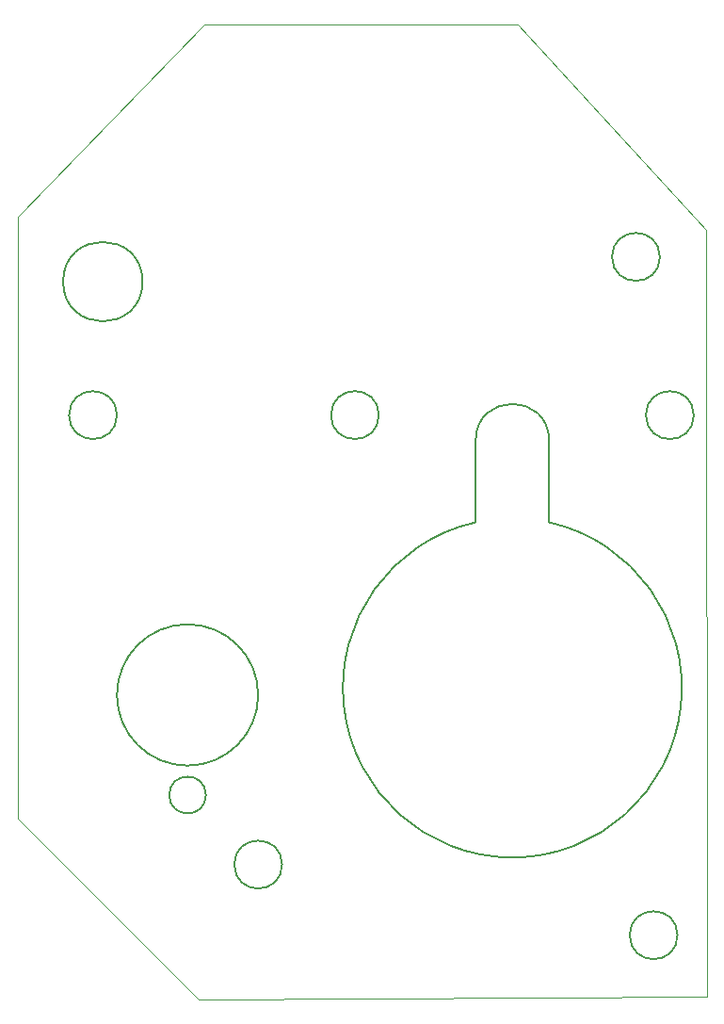
<source format=gbr>
%TF.GenerationSoftware,KiCad,Pcbnew,(5.1.6)-1*%
%TF.CreationDate,2020-12-21T16:45:18+11:00*%
%TF.ProjectId,Landing Gear Panel PCB V2,4c616e64-696e-4672-9047-656172205061,rev?*%
%TF.SameCoordinates,Original*%
%TF.FileFunction,Profile,NP*%
%FSLAX46Y46*%
G04 Gerber Fmt 4.6, Leading zero omitted, Abs format (unit mm)*
G04 Created by KiCad (PCBNEW (5.1.6)-1) date 2020-12-21 16:45:18*
%MOMM*%
%LPD*%
G01*
G04 APERTURE LIST*
%TA.AperFunction,Profile*%
%ADD10C,0.050000*%
%TD*%
%TA.AperFunction,Profile*%
%ADD11C,0.200000*%
%TD*%
G04 APERTURE END LIST*
D10*
X125831600Y-57658000D02*
X108915200Y-39166800D01*
X125831600Y-126593600D02*
X125882400Y-126593600D01*
X80162400Y-126796800D02*
X125831600Y-126593600D01*
X63906400Y-110540800D02*
X80162400Y-126796800D01*
X63957200Y-56489600D02*
X63906400Y-110540800D01*
X80721200Y-39166800D02*
X63957200Y-56489600D01*
X108915200Y-39166800D02*
X80721200Y-39166800D01*
X125882400Y-126593600D02*
X125831600Y-57658000D01*
D11*
X87699849Y-114681000D02*
G75*
G03*
X87699849Y-114681000I-2152649J0D01*
G01*
X111702278Y-83926482D02*
X111709200Y-76581000D01*
X80848199Y-108432600D02*
G75*
G03*
X80848199Y-108432600I-1650999J0D01*
G01*
X124720350Y-74289123D02*
G75*
G03*
X124720350Y-74289123I-2152650J0D01*
G01*
X85547199Y-99441000D02*
G75*
G03*
X85547199Y-99441000I-6349999J0D01*
G01*
X72843350Y-74289123D02*
G75*
G03*
X72843350Y-74289123I-2152650J0D01*
G01*
X105105200Y-76581000D02*
X105105200Y-83928017D01*
X75148439Y-62293500D02*
G75*
G03*
X75148439Y-62293500I-3571239J0D01*
G01*
X96399349Y-74289123D02*
G75*
G03*
X96399349Y-74289123I-2152649J0D01*
G01*
X123259850Y-121031000D02*
G75*
G03*
X123259850Y-121031000I-2152650J0D01*
G01*
X121672350Y-60071000D02*
G75*
G03*
X121672350Y-60071000I-2152650J0D01*
G01*
X105105201Y-76581000D02*
G75*
G02*
X111709199Y-76581000I3301999J0D01*
G01*
X111702278Y-83926482D02*
G75*
G02*
X105105199Y-83928017I-3295078J-14879518D01*
G01*
M02*

</source>
